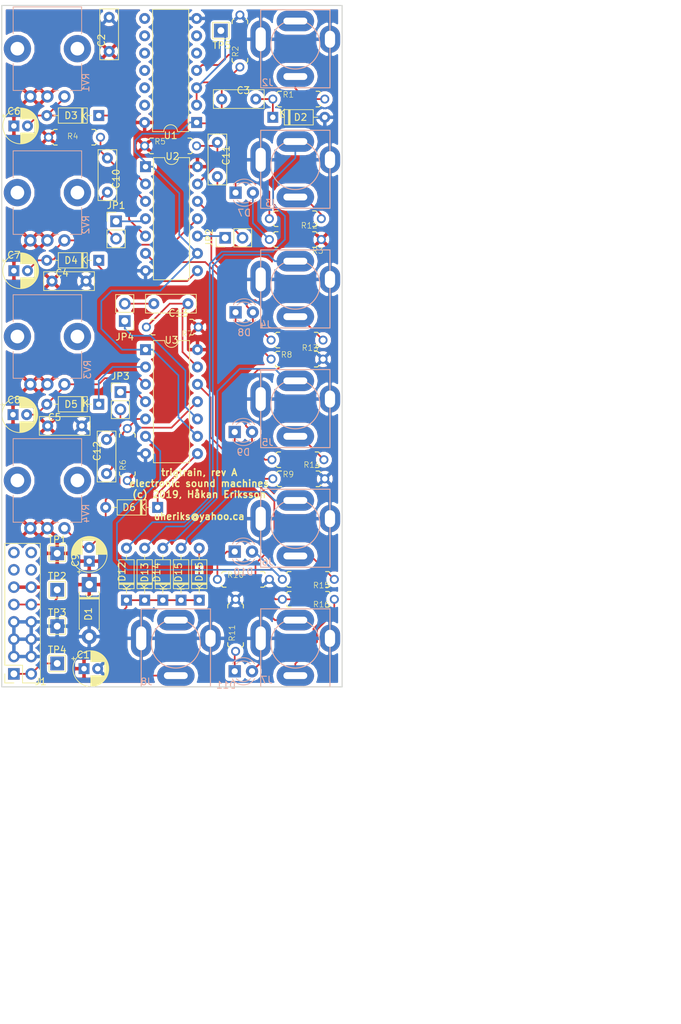
<source format=kicad_pcb>
(kicad_pcb (version 20171130) (host pcbnew "(5.0.0-3-g5ebb6b6)")
  (layers (0 F.Cu signal) (31 B.Cu signal) (34 B.Paste user) (35 F.Paste user) (36 B.SilkS user) (37 F.SilkS user) (38 B.Mask user) (39 F.Mask user) (44 Edge.Cuts user))
  (net 0 "")
  (net 1 GND)
  (net 2 +5V)
  (net 3 "Net-(C3-Pad2)")
  (net 4 "Net-(C3-Pad1)")
  (net 5 "Net-(C6-Pad2)")
  (net 6 "Net-(C7-Pad2)")
  (net 7 "Net-(C8-Pad2)")
  (net 8 "Net-(C9-Pad2)")
  (net 9 "Net-(C10-Pad2)")
  (net 10 "Net-(C10-Pad1)")
  (net 11 "Net-(C11-Pad1)")
  (net 12 "Net-(C11-Pad2)")
  (net 13 "Net-(C12-Pad1)")
  (net 14 "Net-(C12-Pad2)")
  (net 15 "Net-(C13-Pad2)")
  (net 16 "Net-(C13-Pad1)")
  (net 17 "Net-(D3-Pad1)")
  (net 18 "Net-(D4-Pad1)")
  (net 19 "Net-(D5-Pad1)")
  (net 20 "Net-(D6-Pad1)")
  (net 21 "Net-(D7-Pad1)")
  (net 22 "Net-(D7-Pad2)")
  (net 23 "Net-(D8-Pad1)")
  (net 24 "Net-(D8-Pad2)")
  (net 25 "Net-(D9-Pad2)")
  (net 26 "Net-(D9-Pad1)")
  (net 27 "Net-(D10-Pad2)")
  (net 28 "Net-(D10-Pad1)")
  (net 29 "Net-(D11-Pad1)")
  (net 30 "Net-(D11-Pad2)")
  (net 31 "Net-(D12-Pad2)")
  (net 32 "Net-(D12-Pad1)")
  (net 33 "Net-(D13-Pad2)")
  (net 34 "Net-(D14-Pad2)")
  (net 35 "Net-(D15-Pad2)")
  (net 36 "Net-(D16-Pad2)")
  (net 37 -12V)
  (net 38 +12V)
  (net 39 "Net-(J2-Pad2)")
  (net 40 "Net-(J3-Pad3)")
  (net 41 "Net-(J4-Pad3)")
  (net 42 "Net-(J5-Pad3)")
  (net 43 "Net-(J6-Pad3)")
  (net 44 "Net-(J7-Pad3)")
  (net 45 "Net-(JP1-Pad1)")
  (net 46 "Net-(JP2-Pad1)")
  (net 47 "Net-(JP3-Pad1)")
  (net 48 "Net-(JP4-Pad1)")
  (net 49 "Net-(R12-Pad2)")
  (module Capacitor_THT:CP_Radial_D5.0mm_P2.00mm (layer F.Cu) (at 189.992 142.367)
    (fp_text reference C1 (at -0.127 -2.032) (layer F.SilkS))
    (fp_text value 10u)
    (pad 2 thru_hole circle (at 2 0) (size 1.6 1.6) (drill 0.8) (layers *.Cu *.Mask) (net 1 GND))
    (pad 1 thru_hole rect (at 0 0) (size 1.6 1.6) (drill 0.8) (layers *.Cu *.Mask) (net 2 +5V))
  )
  (module Capacitor_THT:C_Rect_L7.2mm_W2.5mm_P5.00mm_FKS2_FKP2_MKS2_MKP2 (layer F.Cu) (at 193.675 51.943 90)
    (fp_text reference C2 (at 1.600999 -1.125001 90) (layer F.SilkS))
    (fp_text value 100n)
    (pad 1 thru_hole circle (at 0 0 90) (size 1.6 1.6) (drill 0.8) (layers *.Cu *.Mask) (net 2 +5V))
    (pad 2 thru_hole circle (at 5 0 90) (size 1.6 1.6) (drill 0.8) (layers *.Cu *.Mask) (net 1 GND))
  )
  (module Capacitor_THT:C_Rect_L7.2mm_W2.5mm_P5.00mm_FKS2_FKP2_MKS2_MKP2 (layer F.Cu) (at 210.185 58.928)
    (fp_text reference C3 (at 3.175 -1.27) (layer F.SilkS))
    (fp_text value 100n)
    (pad 2 thru_hole circle (at 5 0) (size 1.6 1.6) (drill 0.8) (layers *.Cu *.Mask) (net 3 "Net-(C3-Pad2)"))
    (pad 1 thru_hole circle (at 0 0) (size 1.6 1.6) (drill 0.8) (layers *.Cu *.Mask) (net 4 "Net-(C3-Pad1)"))
  )
  (module Capacitor_THT:C_Rect_L7.2mm_W2.5mm_P5.00mm_FKS2_FKP2_MKS2_MKP2 (layer F.Cu) (at 185.293 85.598)
    (fp_text reference C4 (at 1.471999 -1.179001) (layer F.SilkS))
    (fp_text value 100n)
    (pad 2 thru_hole circle (at 5 0) (size 1.6 1.6) (drill 0.8) (layers *.Cu *.Mask) (net 1 GND))
    (pad 1 thru_hole circle (at 0 0) (size 1.6 1.6) (drill 0.8) (layers *.Cu *.Mask) (net 2 +5V))
  )
  (module Capacitor_THT:C_Rect_L7.2mm_W2.5mm_P5.00mm_FKS2_FKP2_MKS2_MKP2 (layer F.Cu) (at 184.658 106.807)
    (fp_text reference C5 (at 1.012999 -1.270001) (layer F.SilkS))
    (fp_text value 100n)
    (pad 1 thru_hole circle (at 0 0) (size 1.6 1.6) (drill 0.8) (layers *.Cu *.Mask) (net 2 +5V))
    (pad 2 thru_hole circle (at 5 0) (size 1.6 1.6) (drill 0.8) (layers *.Cu *.Mask) (net 1 GND))
  )
  (module Capacitor_THT:CP_Radial_D5.0mm_P2.00mm (layer F.Cu) (at 179.705 62.865)
    (fp_text reference C6 (at 0 -2.159) (layer F.SilkS))
    (fp_text value 10u)
    (pad 1 thru_hole rect (at 0 0) (size 1.6 1.6) (drill 0.8) (layers *.Cu *.Mask) (net 2 +5V))
    (pad 2 thru_hole circle (at 2 0) (size 1.6 1.6) (drill 0.8) (layers *.Cu *.Mask) (net 5 "Net-(C6-Pad2)"))
  )
  (module Capacitor_THT:CP_Radial_D5.0mm_P2.00mm (layer F.Cu) (at 179.705 84.074)
    (fp_text reference C7 (at 0 -2.286) (layer F.SilkS))
    (fp_text value 10u)
    (pad 2 thru_hole circle (at 2 0) (size 1.6 1.6) (drill 0.8) (layers *.Cu *.Mask) (net 6 "Net-(C7-Pad2)"))
    (pad 1 thru_hole rect (at 0 0) (size 1.6 1.6) (drill 0.8) (layers *.Cu *.Mask) (net 2 +5V))
  )
  (module Capacitor_THT:CP_Radial_D5.0mm_P2.00mm (layer F.Cu) (at 179.578 105.156)
    (fp_text reference C8 (at 0.127 -2.159) (layer F.SilkS))
    (fp_text value 10u)
    (pad 1 thru_hole rect (at 0 0) (size 1.6 1.6) (drill 0.8) (layers *.Cu *.Mask) (net 2 +5V))
    (pad 2 thru_hole circle (at 2 0) (size 1.6 1.6) (drill 0.8) (layers *.Cu *.Mask) (net 7 "Net-(C8-Pad2)"))
  )
  (module Capacitor_THT:CP_Radial_D5.0mm_P2.00mm (layer F.Cu) (at 190.754 126.619 90)
    (fp_text reference C9 (at 0.127 -2.032 90) (layer F.SilkS))
    (fp_text value 10u)
    (pad 1 thru_hole rect (at 0 0 90) (size 1.6 1.6) (drill 0.8) (layers *.Cu *.Mask) (net 2 +5V))
    (pad 2 thru_hole circle (at 2 0 90) (size 1.6 1.6) (drill 0.8) (layers *.Cu *.Mask) (net 8 "Net-(C9-Pad2)"))
  )
  (module Capacitor_THT:C_Rect_L7.2mm_W2.5mm_P5.00mm_FKS2_FKP2_MKS2_MKP2 (layer F.Cu) (at 193.421 67.564 270)
    (fp_text reference C10 (at 3.048 -1.27 270) (layer F.SilkS))
    (fp_text value 100n)
    (pad 2 thru_hole circle (at 5 0 270) (size 1.6 1.6) (drill 0.8) (layers *.Cu *.Mask) (net 9 "Net-(C10-Pad2)"))
    (pad 1 thru_hole circle (at 0 0 270) (size 1.6 1.6) (drill 0.8) (layers *.Cu *.Mask) (net 10 "Net-(C10-Pad1)"))
  )
  (module Capacitor_THT:C_Rect_L7.2mm_W2.5mm_P5.00mm_FKS2_FKP2_MKS2_MKP2 (layer F.Cu) (at 209.55 65.278 270)
    (fp_text reference C11 (at 1.905 -1.27 270) (layer F.SilkS))
    (fp_text value 100n)
    (pad 1 thru_hole circle (at 0 0 270) (size 1.6 1.6) (drill 0.8) (layers *.Cu *.Mask) (net 11 "Net-(C11-Pad1)"))
    (pad 2 thru_hole circle (at 5 0 270) (size 1.6 1.6) (drill 0.8) (layers *.Cu *.Mask) (net 12 "Net-(C11-Pad2)"))
  )
  (module Capacitor_THT:C_Rect_L7.2mm_W2.5mm_P5.00mm_FKS2_FKP2_MKS2_MKP2 (layer F.Cu) (at 193.294 113.792 90)
    (fp_text reference C12 (at 3.302 -1.397 90) (layer F.SilkS))
    (fp_text value 100n)
    (pad 1 thru_hole circle (at 0 0 90) (size 1.6 1.6) (drill 0.8) (layers *.Cu *.Mask) (net 13 "Net-(C12-Pad1)"))
    (pad 2 thru_hole circle (at 5 0 90) (size 1.6 1.6) (drill 0.8) (layers *.Cu *.Mask) (net 14 "Net-(C12-Pad2)"))
  )
  (module Capacitor_THT:C_Rect_L7.2mm_W2.5mm_P5.00mm_FKS2_FKP2_MKS2_MKP2 (layer F.Cu) (at 205.232 88.9 180)
    (fp_text reference C13 (at 1.397 -1.397 180) (layer F.SilkS))
    (fp_text value 100n)
    (pad 2 thru_hole circle (at 5 0 180) (size 1.6 1.6) (drill 0.8) (layers *.Cu *.Mask) (net 15 "Net-(C13-Pad2)"))
    (pad 1 thru_hole circle (at 0 0 180) (size 1.6 1.6) (drill 0.8) (layers *.Cu *.Mask) (net 16 "Net-(C13-Pad1)"))
  )
  (module Diode_THT:D_DO-41_SOD81_P7.62mm_Horizontal (layer F.Cu) (at 190.754 130.048 270)
    (fp_text reference D1 (at 4.318 0.127 270) (layer F.SilkS))
    (fp_text value 1N4001)
    (fp_text user K (at 1.778 0 270) (layer F.SilkS))
    (pad 1 thru_hole rect (at 0 0 270) (size 2.2 2.2) (drill 1.1) (layers *.Cu *.Mask) (net 2 +5V))
    (pad 2 thru_hole oval (at 7.62 0 270) (size 2.2 2.2) (drill 1.1) (layers *.Cu *.Mask) (net 1 GND))
  )
  (module Diode_THT:D_DO-35_SOD27_P7.62mm_Horizontal (layer F.Cu) (at 217.678 61.595)
    (fp_text reference D2 (at 4.064 0) (layer F.SilkS))
    (fp_text value BZX55C5V1)
    (fp_text user K (at 1.397 -0.635) (layer F.SilkS))
    (pad 2 thru_hole oval (at 7.62 0) (size 1.6 1.6) (drill 0.8) (layers *.Cu *.Mask) (net 1 GND))
    (pad 1 thru_hole rect (at 0 0) (size 1.6 1.6) (drill 0.8) (layers *.Cu *.Mask) (net 3 "Net-(C3-Pad2)"))
  )
  (module Diode_THT:D_DO-35_SOD27_P7.62mm_Horizontal (layer F.Cu) (at 192.151 61.341 180)
    (fp_text reference D3 (at 4.064 0 180) (layer F.SilkS))
    (fp_text value BAT42)
    (fp_text user K (at 2.159 -0.127 180) (layer F.SilkS))
    (pad 1 thru_hole rect (at 0 0 180) (size 1.6 1.6) (drill 0.8) (layers *.Cu *.Mask) (net 17 "Net-(D3-Pad1)"))
    (pad 2 thru_hole oval (at 7.62 0 180) (size 1.6 1.6) (drill 0.8) (layers *.Cu *.Mask) (net 5 "Net-(C6-Pad2)"))
  )
  (module Diode_THT:D_DO-35_SOD27_P7.62mm_Horizontal (layer F.Cu) (at 192.151 82.55 180)
    (fp_text reference D4 (at 4.064 0 180) (layer F.SilkS))
    (fp_text value BAT42)
    (fp_text user K (at 2.159 0 180) (layer F.SilkS))
    (pad 1 thru_hole rect (at 0 0 180) (size 1.6 1.6) (drill 0.8) (layers *.Cu *.Mask) (net 18 "Net-(D4-Pad1)"))
    (pad 2 thru_hole oval (at 7.62 0 180) (size 1.6 1.6) (drill 0.8) (layers *.Cu *.Mask) (net 6 "Net-(C7-Pad2)"))
  )
  (module Diode_THT:D_DO-35_SOD27_P7.62mm_Horizontal (layer F.Cu) (at 192.151 103.632 180)
    (fp_text reference D5 (at 4.064 0 180) (layer F.SilkS))
    (fp_text value BAT42)
    (fp_text user K (at 1.905 0.127 180) (layer F.SilkS))
    (pad 1 thru_hole rect (at 0 0 180) (size 1.6 1.6) (drill 0.8) (layers *.Cu *.Mask) (net 19 "Net-(D5-Pad1)"))
    (pad 2 thru_hole oval (at 7.62 0 180) (size 1.6 1.6) (drill 0.8) (layers *.Cu *.Mask) (net 7 "Net-(C8-Pad2)"))
  )
  (module Diode_THT:D_DO-35_SOD27_P7.62mm_Horizontal (layer F.Cu) (at 200.787 118.745 180)
    (fp_text reference D6 (at 4.191 0 180) (layer F.SilkS))
    (fp_text value BAT42)
    (fp_text user K (at 2.159 0 180) (layer F.SilkS))
    (pad 2 thru_hole oval (at 7.62 0 180) (size 1.6 1.6) (drill 0.8) (layers *.Cu *.Mask) (net 8 "Net-(C9-Pad2)"))
    (pad 1 thru_hole rect (at 0 0 180) (size 1.6 1.6) (drill 0.8) (layers *.Cu *.Mask) (net 20 "Net-(D6-Pad1)"))
  )
  (module LED_THT:LED_D3.0mm (layer B.Cu) (at 212.217 72.644)
    (fp_text reference D7 (at 1.27 2.96) (layer B.SilkS) (effects (justify mirror)))
    (fp_text value LED)
    (pad 1 thru_hole rect (at 0 0) (size 1.8 1.8) (drill 0.9) (layers *.Cu *.Mask) (net 21 "Net-(D7-Pad1)"))
    (pad 2 thru_hole circle (at 2.54 0) (size 1.8 1.8) (drill 0.9) (layers *.Cu *.Mask) (net 22 "Net-(D7-Pad2)"))
  )
  (module LED_THT:LED_D3.0mm (layer B.Cu) (at 212.217 90.17)
    (fp_text reference D8 (at 1.27 2.96) (layer B.SilkS) (effects (justify mirror)))
    (fp_text value LED)
    (pad 1 thru_hole rect (at 0 0) (size 1.8 1.8) (drill 0.9) (layers *.Cu *.Mask) (net 23 "Net-(D8-Pad1)"))
    (pad 2 thru_hole circle (at 2.54 0) (size 1.8 1.8) (drill 0.9) (layers *.Cu *.Mask) (net 24 "Net-(D8-Pad2)"))
  )
  (module LED_THT:LED_D3.0mm (layer B.Cu) (at 212.09 107.696)
    (fp_text reference D9 (at 1.27 2.96) (layer B.SilkS) (effects (justify mirror)))
    (fp_text value LED)
    (pad 2 thru_hole circle (at 2.54 0) (size 1.8 1.8) (drill 0.9) (layers *.Cu *.Mask) (net 25 "Net-(D9-Pad2)"))
    (pad 1 thru_hole rect (at 0 0) (size 1.8 1.8) (drill 0.9) (layers *.Cu *.Mask) (net 26 "Net-(D9-Pad1)"))
  )
  (module LED_THT:LED_D3.0mm (layer B.Cu) (at 212.09 125.222)
    (fp_text reference D10 (at 1.27 2.96) (layer B.SilkS) (effects (justify mirror)))
    (fp_text value LED)
    (pad 2 thru_hole circle (at 2.54 0) (size 1.8 1.8) (drill 0.9) (layers *.Cu *.Mask) (net 27 "Net-(D10-Pad2)"))
    (pad 1 thru_hole rect (at 0 0) (size 1.8 1.8) (drill 0.9) (layers *.Cu *.Mask) (net 28 "Net-(D10-Pad1)"))
  )
  (module LED_THT:LED_D3.0mm (layer B.Cu) (at 212.09 142.748)
    (fp_text reference D11 (at -1.27 2.032) (layer B.SilkS) (effects (justify mirror)))
    (fp_text value LED)
    (pad 1 thru_hole rect (at 0 0) (size 1.8 1.8) (drill 0.9) (layers *.Cu *.Mask) (net 29 "Net-(D11-Pad1)"))
    (pad 2 thru_hole circle (at 2.54 0) (size 1.8 1.8) (drill 0.9) (layers *.Cu *.Mask) (net 30 "Net-(D11-Pad2)"))
  )
  (module Diode_THT:D_DO-35_SOD27_P7.62mm_Horizontal (layer F.Cu) (at 196.215 132.334 90)
    (fp_text reference D12 (at 4.166999 -0.670001 90) (layer F.SilkS))
    (fp_text value BAT42)
    (fp_text user K (at 1.880999 0.091999 90) (layer F.SilkS))
    (pad 2 thru_hole oval (at 7.62 0 90) (size 1.6 1.6) (drill 0.8) (layers *.Cu *.Mask) (net 31 "Net-(D12-Pad2)"))
    (pad 1 thru_hole rect (at 0 0 90) (size 1.6 1.6) (drill 0.8) (layers *.Cu *.Mask) (net 32 "Net-(D12-Pad1)"))
  )
  (module Diode_THT:D_DO-35_SOD27_P7.62mm_Horizontal (layer F.Cu) (at 198.882 132.334 90)
    (fp_text reference D13 (at 4.064 0 90) (layer F.SilkS))
    (fp_text value BAT42)
    (fp_text user K (at 2.032 0 90) (layer F.SilkS))
    (pad 1 thru_hole rect (at 0 0 90) (size 1.6 1.6) (drill 0.8) (layers *.Cu *.Mask) (net 32 "Net-(D12-Pad1)"))
    (pad 2 thru_hole oval (at 7.62 0 90) (size 1.6 1.6) (drill 0.8) (layers *.Cu *.Mask) (net 33 "Net-(D13-Pad2)"))
  )
  (module Diode_THT:D_DO-35_SOD27_P7.62mm_Horizontal (layer F.Cu) (at 201.549 132.334 90)
    (fp_text reference D14 (at 4.064 -0.889 90) (layer F.SilkS))
    (fp_text value BAT42)
    (fp_text user K (at 1.905 0.127 90) (layer F.SilkS))
    (pad 2 thru_hole oval (at 7.62 0 90) (size 1.6 1.6) (drill 0.8) (layers *.Cu *.Mask) (net 34 "Net-(D14-Pad2)"))
    (pad 1 thru_hole rect (at 0 0 90) (size 1.6 1.6) (drill 0.8) (layers *.Cu *.Mask) (net 32 "Net-(D12-Pad1)"))
  )
  (module Diode_THT:D_DO-35_SOD27_P7.62mm_Horizontal (layer F.Cu) (at 204.216 132.334 90)
    (fp_text reference D15 (at 4.064 -0.381 90) (layer F.SilkS))
    (fp_text value BAT42)
    (fp_text user K (at 1.905 0 90) (layer F.SilkS))
    (pad 1 thru_hole rect (at 0 0 90) (size 1.6 1.6) (drill 0.8) (layers *.Cu *.Mask) (net 32 "Net-(D12-Pad1)"))
    (pad 2 thru_hole oval (at 7.62 0 90) (size 1.6 1.6) (drill 0.8) (layers *.Cu *.Mask) (net 35 "Net-(D15-Pad2)"))
  )
  (module Diode_THT:D_DO-35_SOD27_P7.62mm_Horizontal (layer F.Cu) (at 206.883 132.334 90)
    (fp_text reference D16 (at 4.166999 -0.015001 90) (layer F.SilkS))
    (fp_text value BAT42)
    (fp_text user K (at 2.007999 0.111999 90) (layer F.SilkS))
    (pad 2 thru_hole oval (at 7.62 0 90) (size 1.6 1.6) (drill 0.8) (layers *.Cu *.Mask) (net 36 "Net-(D16-Pad2)"))
    (pad 1 thru_hole rect (at 0 0 90) (size 1.6 1.6) (drill 0.8) (layers *.Cu *.Mask) (net 32 "Net-(D12-Pad1)"))
  )
  (module Connector_PinSocket_2.54mm:PinSocket_2x08_P2.54mm_Vertical (layer F.Cu) (at 179.705 143.129 180)
    (fp_text reference J1 (at -3.937 -1.143 180) (layer F.SilkS))
    (fp_text value EUROPOWER)
    (pad 1 thru_hole rect (at 0 0 180) (size 1.7 1.7) (drill 1) (layers *.Cu *.Mask) (net 37 -12V))
    (pad 2 thru_hole oval (at -2.54 0 180) (size 1.7 1.7) (drill 1) (layers *.Cu *.Mask) (net 37 -12V))
    (pad 3 thru_hole oval (at 0 2.54 180) (size 1.7 1.7) (drill 1) (layers *.Cu *.Mask) (net 1 GND))
    (pad 4 thru_hole oval (at -2.54 2.54 180) (size 1.7 1.7) (drill 1) (layers *.Cu *.Mask) (net 1 GND))
    (pad 5 thru_hole oval (at 0 5.08 180) (size 1.7 1.7) (drill 1) (layers *.Cu *.Mask) (net 1 GND))
    (pad 6 thru_hole oval (at -2.54 5.08 180) (size 1.7 1.7) (drill 1) (layers *.Cu *.Mask) (net 1 GND))
    (pad 7 thru_hole oval (at 0 7.62 180) (size 1.7 1.7) (drill 1) (layers *.Cu *.Mask) (net 1 GND))
    (pad 8 thru_hole oval (at -2.54 7.62 180) (size 1.7 1.7) (drill 1) (layers *.Cu *.Mask) (net 1 GND))
    (pad 9 thru_hole oval (at 0 10.16 180) (size 1.7 1.7) (drill 1) (layers *.Cu *.Mask) (net 38 +12V))
    (pad 10 thru_hole oval (at -2.54 10.16 180) (size 1.7 1.7) (drill 1) (layers *.Cu *.Mask) (net 38 +12V))
    (pad 11 thru_hole oval (at 0 12.7 180) (size 1.7 1.7) (drill 1) (layers *.Cu *.Mask) (net 2 +5V))
    (pad 12 thru_hole oval (at -2.54 12.7 180) (size 1.7 1.7) (drill 1) (layers *.Cu *.Mask) (net 2 +5V))
    (pad 13 thru_hole oval (at 0 15.24 180) (size 1.7 1.7) (drill 1) (layers *.Cu *.Mask))
    (pad 14 thru_hole oval (at -2.54 15.24 180) (size 1.7 1.7) (drill 1) (layers *.Cu *.Mask))
    (pad 15 thru_hole oval (at 0 17.78 180) (size 1.7 1.7) (drill 1) (layers *.Cu *.Mask))
    (pad 16 thru_hole oval (at -2.54 17.78 180) (size 1.7 1.7) (drill 1) (layers *.Cu *.Mask))
  )
  (module kicadlib:PJ301BM_NO_SWITCH (layer B.Cu) (at 215.9 57.277)
    (fp_text reference J2 (at 1.016 -0.762) (layer B.SilkS) (effects (justify mirror)))
    (fp_text value GATE_IN)
    (pad 1 thru_hole oval (at 0 -7.112) (size 3 5.5) (drill oval 1.5 3.5) (layers *.Cu *.Mask) (net 1 GND))
    (pad 1 thru_hole oval (at 10.16 -7.112) (size 3 4) (drill oval 1.5 2.5) (layers *.Cu *.Mask) (net 1 GND))
    (pad "" thru_hole oval (at 5.08 -9.779) (size 5.5 3) (drill oval 3.5 1) (layers *.Cu *.Mask))
    (pad 2 thru_hole oval (at 5.08 -1.651) (size 5.5 3) (drill oval 3.5 1) (layers *.Cu *.Mask) (net 39 "Net-(J2-Pad2)"))
  )
  (module kicadlib:PJ301BM (layer B.Cu) (at 215.9 74.93)
    (fp_text reference J3 (at 1.524 -0.762) (layer B.SilkS) (effects (justify mirror)))
    (fp_text value TRIG_1)
    (pad 1 thru_hole oval (at 0 -7.112) (size 3 5.5) (drill oval 1.5 3.5) (layers *.Cu *.Mask) (net 1 GND))
    (pad 1 thru_hole oval (at 10.16 -7.112) (size 3 4) (drill oval 1.5 2.5) (layers *.Cu *.Mask) (net 1 GND))
    (pad 2 thru_hole oval (at 5.08 -9.779) (size 5.5 3) (drill oval 3.5 1) (layers *.Cu *.Mask) (net 31 "Net-(D12-Pad2)"))
    (pad 3 thru_hole oval (at 5.08 -1.651) (size 5.5 3) (drill oval 3.5 1) (layers *.Cu *.Mask) (net 40 "Net-(J3-Pad3)"))
  )
  (module kicadlib:PJ301BM (layer B.Cu) (at 215.9 92.456)
    (fp_text reference J4 (at 0.762 -0.508) (layer B.SilkS) (effects (justify mirror)))
    (fp_text value TRIG_2)
    (pad 3 thru_hole oval (at 5.08 -1.651) (size 5.5 3) (drill oval 3.5 1) (layers *.Cu *.Mask) (net 41 "Net-(J4-Pad3)"))
    (pad 2 thru_hole oval (at 5.08 -9.779) (size 5.5 3) (drill oval 3.5 1) (layers *.Cu *.Mask) (net 33 "Net-(D13-Pad2)"))
    (pad 1 thru_hole oval (at 10.16 -7.112) (size 3 4) (drill oval 1.5 2.5) (layers *.Cu *.Mask) (net 1 GND))
    (pad 1 thru_hole oval (at 0 -7.112) (size 3 5.5) (drill oval 1.5 3.5) (layers *.Cu *.Mask) (net 1 GND))
  )
  (module kicadlib:PJ301BM (layer B.Cu) (at 215.9 109.982)
    (fp_text reference J5 (at 1.016 -0.762) (layer B.SilkS) (effects (justify mirror)))
    (fp_text value TRIG_3)
    (pad 1 thru_hole oval (at 0 -7.112) (size 3 5.5) (drill oval 1.5 3.5) (layers *.Cu *.Mask) (net 1 GND))
    (pad 1 thru_hole oval (at 10.16 -7.112) (size 3 4) (drill oval 1.5 2.5) (layers *.Cu *.Mask) (net 1 GND))
    (pad 2 thru_hole oval (at 5.08 -9.779) (size 5.5 3) (drill oval 3.5 1) (layers *.Cu *.Mask) (net 34 "Net-(D14-Pad2)"))
    (pad 3 thru_hole oval (at 5.08 -1.651) (size 5.5 3) (drill oval 3.5 1) (layers *.Cu *.Mask) (net 42 "Net-(J5-Pad3)"))
  )
  (module kicadlib:PJ301BM (layer B.Cu) (at 215.9 127.508)
    (fp_text reference J6 (at 1.016 -0.762) (layer B.SilkS) (effects (justify mirror)))
    (fp_text value TRIG_4)
    (pad 3 thru_hole oval (at 5.08 -1.651) (size 5.5 3) (drill oval 3.5 1) (layers *.Cu *.Mask) (net 43 "Net-(J6-Pad3)"))
    (pad 2 thru_hole oval (at 5.08 -9.779) (size 5.5 3) (drill oval 3.5 1) (layers *.Cu *.Mask) (net 35 "Net-(D15-Pad2)"))
    (pad 1 thru_hole oval (at 10.16 -7.112) (size 3 4) (drill oval 1.5 2.5) (layers *.Cu *.Mask) (net 1 GND))
    (pad 1 thru_hole oval (at 0 -7.112) (size 3 5.5) (drill oval 1.5 3.5) (layers *.Cu *.Mask) (net 1 GND))
  )
  (module kicadlib:PJ301BM (layer B.Cu) (at 215.9 145.034)
    (fp_text reference J7 (at 0.889 -1.016) (layer B.SilkS) (effects (justify mirror)))
    (fp_text value TRIG_5)
    (pad 1 thru_hole oval (at 0 -7.112) (size 3 5.5) (drill oval 1.5 3.5) (layers *.Cu *.Mask) (net 1 GND))
    (pad 1 thru_hole oval (at 10.16 -7.112) (size 3 4) (drill oval 1.5 2.5) (layers *.Cu *.Mask) (net 1 GND))
    (pad 2 thru_hole oval (at 5.08 -9.779) (size 5.5 3) (drill oval 3.5 1) (layers *.Cu *.Mask) (net 36 "Net-(D16-Pad2)"))
    (pad 3 thru_hole oval (at 5.08 -1.651) (size 5.5 3) (drill oval 3.5 1) (layers *.Cu *.Mask) (net 44 "Net-(J7-Pad3)"))
  )
  (module kicadlib:PJ301BM_NO_SWITCH (layer B.Cu) (at 198.374 145.034)
    (fp_text reference J8 (at 0.762 -0.762) (layer B.SilkS) (effects (justify mirror)))
    (fp_text value TRIG_MIX)
    (pad 2 thru_hole oval (at 5.08 -1.651) (size 5.5 3) (drill oval 3.5 1) (layers *.Cu *.Mask) (net 32 "Net-(D12-Pad1)"))
    (pad "" thru_hole oval (at 5.08 -9.779) (size 5.5 3) (drill oval 3.5 1) (layers *.Cu *.Mask))
    (pad 1 thru_hole oval (at 10.16 -7.112) (size 3 4) (drill oval 1.5 2.5) (layers *.Cu *.Mask) (net 1 GND))
    (pad 1 thru_hole oval (at 0 -7.112) (size 3 5.5) (drill oval 1.5 3.5) (layers *.Cu *.Mask) (net 1 GND))
  )
  (module Connector_PinHeader_2.54mm:PinHeader_1x02_P2.54mm_Vertical (layer F.Cu) (at 194.691 76.835)
    (fp_text reference JP1 (at 0 -2.33) (layer F.SilkS))
    (fp_text value MONO_OUT_2)
    (pad 2 thru_hole oval (at 0 2.54) (size 1.7 1.7) (drill 1) (layers *.Cu *.Mask) (net 9 "Net-(C10-Pad2)"))
    (pad 1 thru_hole rect (at 0 0) (size 1.7 1.7) (drill 1) (layers *.Cu *.Mask) (net 45 "Net-(JP1-Pad1)"))
  )
  (module Connector_PinHeader_2.54mm:PinHeader_1x02_P2.54mm_Vertical (layer F.Cu) (at 210.693 79.248 90)
    (fp_text reference JP2 (at 0 -2.33 90) (layer F.SilkS))
    (fp_text value MONO_OUT_3)
    (pad 1 thru_hole rect (at 0 0 90) (size 1.7 1.7) (drill 1) (layers *.Cu *.Mask) (net 46 "Net-(JP2-Pad1)"))
    (pad 2 thru_hole oval (at 0 2.54 90) (size 1.7 1.7) (drill 1) (layers *.Cu *.Mask) (net 12 "Net-(C11-Pad2)"))
  )
  (module Connector_PinHeader_2.54mm:PinHeader_1x02_P2.54mm_Vertical (layer F.Cu) (at 195.326 101.854)
    (fp_text reference JP3 (at 0 -2.33) (layer F.SilkS))
    (fp_text value MONO_OUT_4)
    (pad 2 thru_hole oval (at 0 2.54) (size 1.7 1.7) (drill 1) (layers *.Cu *.Mask) (net 14 "Net-(C12-Pad2)"))
    (pad 1 thru_hole rect (at 0 0) (size 1.7 1.7) (drill 1) (layers *.Cu *.Mask) (net 47 "Net-(JP3-Pad1)"))
  )
  (module Connector_PinHeader_2.54mm:PinHeader_1x02_P2.54mm_Vertical (layer F.Cu) (at 195.961 91.44 180)
    (fp_text reference JP4 (at 0 -2.33 180) (layer F.SilkS))
    (fp_text value MONO_OUT_5)
    (pad 1 thru_hole rect (at 0 0 180) (size 1.7 1.7) (drill 1) (layers *.Cu *.Mask) (net 48 "Net-(JP4-Pad1)"))
    (pad 2 thru_hole oval (at 0 2.54 180) (size 1.7 1.7) (drill 1) (layers *.Cu *.Mask) (net 15 "Net-(C13-Pad2)"))
  )
  (module MusicThingModular:7MM_RESISTOR (layer F.Cu) (at 221.488 58.928)
    (fp_text reference R1 (at -2.420771 -1.146115) (layer F.SilkS) (effects (font (size 0.84455 0.84455) (thickness 0.0889)) (justify left top)))
    (fp_text value 120)
    (pad 1 thru_hole circle (at -3.81 0) (size 1.3208 1.3208) (drill 0.8128) (layers *.Cu *.Mask) (net 3 "Net-(C3-Pad2)"))
    (pad 2 thru_hole circle (at 3.81 0) (size 1.3208 1.3208) (drill 0.8128) (layers *.Cu *.Mask) (net 39 "Net-(J2-Pad2)"))
  )
  (module MusicThingModular:7MM_RESISTOR (layer F.Cu) (at 212.852 50.419 90)
    (fp_text reference R2 (at -2.420771 -1.146115 90) (layer F.SilkS) (effects (font (size 0.84455 0.84455) (thickness 0.0889)) (justify left top)))
    (fp_text value 330k)
    (pad 1 thru_hole circle (at -3.81 0 90) (size 1.3208 1.3208) (drill 0.8128) (layers *.Cu *.Mask) (net 4 "Net-(C3-Pad1)"))
    (pad 2 thru_hole circle (at 3.81 0 90) (size 1.3208 1.3208) (drill 0.8128) (layers *.Cu *.Mask) (net 1 GND))
  )
  (module MusicThingModular:7MM_RESISTOR (layer F.Cu) (at 220.98 79.502 180)
    (fp_text reference R3 (at -2.420771 -1.146115 180) (layer F.SilkS) (effects (font (size 0.84455 0.84455) (thickness 0.0889)) (justify left top)))
    (fp_text value 1k)
    (pad 1 thru_hole circle (at -3.81 0 180) (size 1.3208 1.3208) (drill 0.8128) (layers *.Cu *.Mask) (net 2 +5V))
    (pad 2 thru_hole circle (at 3.81 0 180) (size 1.3208 1.3208) (drill 0.8128) (layers *.Cu *.Mask) (net 22 "Net-(D7-Pad2)"))
  )
  (module MusicThingModular:7MM_RESISTOR (layer F.Cu) (at 188.595 64.516)
    (fp_text reference R4 (at -1.143 -0.635) (layer F.SilkS) (effects (font (size 0.84455 0.84455) (thickness 0.0889)) (justify left top)))
    (fp_text value 330k)
    (pad 2 thru_hole circle (at 3.81 0) (size 1.3208 1.3208) (drill 0.8128) (layers *.Cu *.Mask) (net 10 "Net-(C10-Pad1)"))
    (pad 1 thru_hole circle (at -3.81 0) (size 1.3208 1.3208) (drill 0.8128) (layers *.Cu *.Mask) (net 2 +5V))
  )
  (module MusicThingModular:7MM_RESISTOR (layer F.Cu) (at 202.692 65.786)
    (fp_text reference R5 (at -2.420771 -1.146115) (layer F.SilkS) (effects (font (size 0.84455 0.84455) (thickness 0.0889)) (justify left top)))
    (fp_text value 330k)
    (pad 2 thru_hole circle (at 3.81 0) (size 1.3208 1.3208) (drill 0.8128) (layers *.Cu *.Mask) (net 11 "Net-(C11-Pad1)"))
    (pad 1 thru_hole circle (at -3.81 0) (size 1.3208 1.3208) (drill 0.8128) (layers *.Cu *.Mask) (net 2 +5V))
  )
  (module MusicThingModular:7MM_RESISTOR (layer F.Cu) (at 196.342 110.998 90)
    (fp_text reference R6 (at -2.420771 -1.146115 90) (layer F.SilkS) (effects (font (size 0.84455 0.84455) (thickness 0.0889)) (justify left top)))
    (fp_text value 330k)
    (pad 1 thru_hole circle (at -3.81 0 90) (size 1.3208 1.3208) (drill 0.8128) (layers *.Cu *.Mask) (net 2 +5V))
    (pad 2 thru_hole circle (at 3.81 0 90) (size 1.3208 1.3208) (drill 0.8128) (layers *.Cu *.Mask) (net 13 "Net-(C12-Pad1)"))
  )
  (module MusicThingModular:7MM_RESISTOR (layer F.Cu) (at 202.946 92.329 180)
    (fp_text reference R7 (at -1.27 -0.508 180) (layer F.SilkS) (effects (font (size 0.84455 0.84455) (thickness 0.0889)) (justify left top)))
    (fp_text value 330k)
    (pad 1 thru_hole circle (at -3.81 0 180) (size 1.3208 1.3208) (drill 0.8128) (layers *.Cu *.Mask) (net 2 +5V))
    (pad 2 thru_hole circle (at 3.81 0 180) (size 1.3208 1.3208) (drill 0.8128) (layers *.Cu *.Mask) (net 16 "Net-(C13-Pad1)"))
  )
  (module MusicThingModular:7MM_RESISTOR (layer F.Cu) (at 221.234 97.028)
    (fp_text reference R8 (at -2.420771 -1.146115) (layer F.SilkS) (effects (font (size 0.84455 0.84455) (thickness 0.0889)) (justify left top)))
    (fp_text value 1k)
    (pad 1 thru_hole circle (at -3.81 0) (size 1.3208 1.3208) (drill 0.8128) (layers *.Cu *.Mask) (net 23 "Net-(D8-Pad1)"))
    (pad 2 thru_hole circle (at 3.81 0) (size 1.3208 1.3208) (drill 0.8128) (layers *.Cu *.Mask) (net 1 GND))
  )
  (module MusicThingModular:7MM_RESISTOR (layer F.Cu) (at 221.488 114.554)
    (fp_text reference R9 (at -2.420771 -1.146115) (layer F.SilkS) (effects (font (size 0.84455 0.84455) (thickness 0.0889)) (justify left top)))
    (fp_text value 1k)
    (pad 1 thru_hole circle (at -3.81 0) (size 1.3208 1.3208) (drill 0.8128) (layers *.Cu *.Mask) (net 26 "Net-(D9-Pad1)"))
    (pad 2 thru_hole circle (at 3.81 0) (size 1.3208 1.3208) (drill 0.8128) (layers *.Cu *.Mask) (net 1 GND))
  )
  (module MusicThingModular:7MM_RESISTOR (layer F.Cu) (at 213.36 129.286)
    (fp_text reference R10 (at -2.420771 -1.146115) (layer F.SilkS) (effects (font (size 0.84455 0.84455) (thickness 0.0889)) (justify left top)))
    (fp_text value 1k)
    (pad 2 thru_hole circle (at 3.81 0) (size 1.3208 1.3208) (drill 0.8128) (layers *.Cu *.Mask) (net 1 GND))
    (pad 1 thru_hole circle (at -3.81 0) (size 1.3208 1.3208) (drill 0.8128) (layers *.Cu *.Mask) (net 28 "Net-(D10-Pad1)"))
  )
  (module MusicThingModular:7MM_RESISTOR (layer F.Cu) (at 212.217 136.017 90)
    (fp_text reference R11 (at -2.413 -1.016 90) (layer F.SilkS) (effects (font (size 0.84455 0.84455) (thickness 0.0889)) (justify left top)))
    (fp_text value 1k)
    (pad 2 thru_hole circle (at 3.81 0 90) (size 1.3208 1.3208) (drill 0.8128) (layers *.Cu *.Mask) (net 1 GND))
    (pad 1 thru_hole circle (at -3.81 0 90) (size 1.3208 1.3208) (drill 0.8128) (layers *.Cu *.Mask) (net 29 "Net-(D11-Pad1)"))
  )
  (module MusicThingModular:7MM_RESISTOR (layer F.Cu) (at 220.98 76.454 180)
    (fp_text reference R12 (at -0.762 -0.508 180) (layer F.SilkS) (effects (font (size 0.84455 0.84455) (thickness 0.0889)) (justify left top)))
    (fp_text value 330)
    (pad 2 thru_hole circle (at 3.81 0 180) (size 1.3208 1.3208) (drill 0.8128) (layers *.Cu *.Mask) (net 49 "Net-(R12-Pad2)"))
    (pad 1 thru_hole circle (at -3.81 0 180) (size 1.3208 1.3208) (drill 0.8128) (layers *.Cu *.Mask) (net 40 "Net-(J3-Pad3)"))
  )
  (module MusicThingModular:7MM_RESISTOR (layer F.Cu) (at 221.234 94.234 180)
    (fp_text reference R13 (at -0.635 -0.635 180) (layer F.SilkS) (effects (font (size 0.84455 0.84455) (thickness 0.0889)) (justify left top)))
    (fp_text value 330)
    (pad 1 thru_hole circle (at -3.81 0 180) (size 1.3208 1.3208) (drill 0.8128) (layers *.Cu *.Mask) (net 41 "Net-(J4-Pad3)"))
    (pad 2 thru_hole circle (at 3.81 0 180) (size 1.3208 1.3208) (drill 0.8128) (layers *.Cu *.Mask) (net 24 "Net-(D8-Pad2)"))
  )
  (module MusicThingModular:7MM_RESISTOR (layer F.Cu) (at 221.361 111.76 180)
    (fp_text reference R14 (at -0.762 -0.254 180) (layer F.SilkS) (effects (font (size 0.84455 0.84455) (thickness 0.0889)) (justify left top)))
    (fp_text value 330)
    (pad 2 thru_hole circle (at 3.81 0 180) (size 1.3208 1.3208) (drill 0.8128) (layers *.Cu *.Mask) (net 25 "Net-(D9-Pad2)"))
    (pad 1 thru_hole circle (at -3.81 0 180) (size 1.3208 1.3208) (drill 0.8128) (layers *.Cu *.Mask) (net 42 "Net-(J5-Pad3)"))
  )
  (module MusicThingModular:7MM_RESISTOR (layer F.Cu) (at 222.885 129.286 180)
    (fp_text reference R15 (at -0.635 -0.381 180) (layer F.SilkS) (effects (font (size 0.84455 0.84455) (thickness 0.0889)) (justify left top)))
    (fp_text value 330)
    (pad 2 thru_hole circle (at 3.81 0 180) (size 1.3208 1.3208) (drill 0.8128) (layers *.Cu *.Mask) (net 27 "Net-(D10-Pad2)"))
    (pad 1 thru_hole circle (at -3.81 0 180) (size 1.3208 1.3208) (drill 0.8128) (layers *.Cu *.Mask) (net 43 "Net-(J6-Pad3)"))
  )
  (module MusicThingModular:7MM_RESISTOR (layer F.Cu) (at 222.885 132.207 180)
    (fp_text reference R16 (at -0.635 -0.254 180) (layer F.SilkS) (effects (font (size 0.84455 0.84455) (thickness 0.0889)) (justify left top)))
    (fp_text value 330)
    (pad 1 thru_hole circle (at -3.81 0 180) (size 1.3208 1.3208) (drill 0.8128) (layers *.Cu *.Mask) (net 44 "Net-(J7-Pad3)"))
    (pad 2 thru_hole circle (at 3.81 0 180) (size 1.3208 1.3208) (drill 0.8128) (layers *.Cu *.Mask) (net 30 "Net-(D11-Pad2)"))
  )
  (module Potentiometer_THT:Potentiometer_Alps_RK09K_Single_Vertical (layer B.Cu) (at 182.118 58.547 90)
    (fp_text reference RV1 (at 2.032 8.128 90) (layer B.SilkS) (effects (justify mirror)))
    (fp_text value 100k)
    (pad "" np_thru_hole circle (at 7 -1.9 90) (size 4 4) (drill 2) (layers *.Cu *.Mask))
    (pad "" np_thru_hole circle (at 7 6.9 90) (size 4 4) (drill 2) (layers *.Cu *.Mask))
    (pad 1 thru_hole circle (at 0 0 90) (size 1.8 1.8) (drill 1) (layers *.Cu *.Mask) (net 2 +5V))
    (pad 2 thru_hole circle (at 0 2.5 90) (size 1.8 1.8) (drill 1) (layers *.Cu *.Mask) (net 2 +5V))
    (pad 3 thru_hole circle (at 0 5 90) (size 1.8 1.8) (drill 1) (layers *.Cu *.Mask) (net 5 "Net-(C6-Pad2)"))
  )
  (module Potentiometer_THT:Potentiometer_Alps_RK09K_Single_Vertical (layer B.Cu) (at 182.118 79.629 90)
    (fp_text reference RV2 (at 2.286 8.128 90) (layer B.SilkS) (effects (justify mirror)))
    (fp_text value 100k)
    (pad 3 thru_hole circle (at 0 5 90) (size 1.8 1.8) (drill 1) (layers *.Cu *.Mask) (net 6 "Net-(C7-Pad2)"))
    (pad 2 thru_hole circle (at 0 2.5 90) (size 1.8 1.8) (drill 1) (layers *.Cu *.Mask) (net 2 +5V))
    (pad 1 thru_hole circle (at 0 0 90) (size 1.8 1.8) (drill 1) (layers *.Cu *.Mask) (net 2 +5V))
    (pad "" np_thru_hole circle (at 7 6.9 90) (size 4 4) (drill 2) (layers *.Cu *.Mask))
    (pad "" np_thru_hole circle (at 7 -1.9 90) (size 4 4) (drill 2) (layers *.Cu *.Mask))
  )
  (module Potentiometer_THT:Potentiometer_Alps_RK09K_Single_Vertical (layer B.Cu) (at 182.118 100.711 90)
    (fp_text reference RV3 (at 2.159 8.382 90) (layer B.SilkS) (effects (justify mirror)))
    (fp_text value 100k)
    (pad 3 thru_hole circle (at 0 5 90) (size 1.8 1.8) (drill 1) (layers *.Cu *.Mask) (net 7 "Net-(C8-Pad2)"))
    (pad 2 thru_hole circle (at 0 2.5 90) (size 1.8 1.8) (drill 1) (layers *.Cu *.Mask) (net 2 +5V))
    (pad 1 thru_hole circle (at 0 0 90) (size 1.8 1.8) (drill 1) (layers *.Cu *.Mask) (net 2 +5V))
    (pad "" np_thru_hole circle (at 7 6.9 90) (size 4 4) (drill 2) (layers *.Cu *.Mask))
    (pad "" np_thru_hole circle (at 7 -1.9 90) (size 4 4) (drill 2) (layers *.Cu *.Mask))
  )
  (module Potentiometer_THT:Potentiometer_Alps_RK09K_Single_Vertical (layer B.Cu) (at 182.118 121.793 90)
    (fp_text reference RV4 (at 2.159 8.128 90) (layer B.SilkS) (effects (justify mirror)))
    (fp_text value 100k)
    (pad "" np_thru_hole circle (at 7 -1.9 90) (size 4 4) (drill 2) (layers *.Cu *.Mask))
    (pad "" np_thru_hole circle (at 7 6.9 90) (size 4 4) (drill 2) (layers *.Cu *.Mask))
    (pad 1 thru_hole circle (at 0 0 90) (size 1.8 1.8) (drill 1) (layers *.Cu *.Mask) (net 2 +5V))
    (pad 2 thru_hole circle (at 0 2.5 90) (size 1.8 1.8) (drill 1) (layers *.Cu *.Mask) (net 2 +5V))
    (pad 3 thru_hole circle (at 0 5 90) (size 1.8 1.8) (drill 1) (layers *.Cu *.Mask) (net 8 "Net-(C9-Pad2)"))
  )
  (module TestPoint:TestPoint_THTPad_2.0x2.0mm_Drill1.0mm (layer F.Cu) (at 186.055 125.476)
    (fp_text reference TP1 (at 0 -1.998) (layer F.SilkS))
    (fp_text value 5V)
    (pad 1 thru_hole rect (at 0 0) (size 2 2) (drill 1) (layers *.Cu *.Mask) (net 2 +5V))
  )
  (module TestPoint:TestPoint_THTPad_2.0x2.0mm_Drill1.0mm (layer F.Cu) (at 186.055 130.81)
    (fp_text reference TP2 (at 0 -1.998) (layer F.SilkS))
    (fp_text value 12V)
    (pad 1 thru_hole rect (at 0 0) (size 2 2) (drill 1) (layers *.Cu *.Mask) (net 38 +12V))
  )
  (module TestPoint:TestPoint_THTPad_2.0x2.0mm_Drill1.0mm (layer F.Cu) (at 186.055 136.144)
    (fp_text reference TP3 (at 0 -1.998) (layer F.SilkS))
    (fp_text value GND)
    (pad 1 thru_hole rect (at 0 0) (size 2 2) (drill 1) (layers *.Cu *.Mask) (net 1 GND))
  )
  (module Package_DIP:DIP-14_W7.62mm (layer F.Cu) (at 206.502 62.357 180)
    (fp_text reference U1 (at 3.81 -1.905 180) (layer F.SilkS))
    (fp_text value 40106-pwr)
    (pad 1 thru_hole rect (at 0 0 180) (size 1.6 1.6) (drill 0.8) (layers *.Cu *.Mask) (net 4 "Net-(C3-Pad1)"))
    (pad 8 thru_hole oval (at 7.62 15.24 180) (size 1.6 1.6) (drill 0.8) (layers *.Cu *.Mask))
    (pad 2 thru_hole oval (at 0 2.54 180) (size 1.6 1.6) (drill 0.8) (layers *.Cu *.Mask) (net 21 "Net-(D7-Pad1)"))
    (pad 9 thru_hole oval (at 7.62 12.7 180) (size 1.6 1.6) (drill 0.8) (layers *.Cu *.Mask))
    (pad 3 thru_hole oval (at 0 5.08 180) (size 1.6 1.6) (drill 0.8) (layers *.Cu *.Mask) (net 21 "Net-(D7-Pad1)"))
    (pad 10 thru_hole oval (at 7.62 10.16 180) (size 1.6 1.6) (drill 0.8) (layers *.Cu *.Mask))
    (pad 4 thru_hole oval (at 0 7.62 180) (size 1.6 1.6) (drill 0.8) (layers *.Cu *.Mask) (net 49 "Net-(R12-Pad2)"))
    (pad 11 thru_hole oval (at 7.62 7.62 180) (size 1.6 1.6) (drill 0.8) (layers *.Cu *.Mask))
    (pad 5 thru_hole oval (at 0 10.16 180) (size 1.6 1.6) (drill 0.8) (layers *.Cu *.Mask))
    (pad 12 thru_hole oval (at 7.62 5.08 180) (size 1.6 1.6) (drill 0.8) (layers *.Cu *.Mask))
    (pad 6 thru_hole oval (at 0 12.7 180) (size 1.6 1.6) (drill 0.8) (layers *.Cu *.Mask))
    (pad 13 thru_hole oval (at 7.62 2.54 180) (size 1.6 1.6) (drill 0.8) (layers *.Cu *.Mask))
    (pad 7 thru_hole oval (at 0 15.24 180) (size 1.6 1.6) (drill 0.8) (layers *.Cu *.Mask) (net 1 GND))
    (pad 14 thru_hole oval (at 7.62 0 180) (size 1.6 1.6) (drill 0.8) (layers *.Cu *.Mask) (net 2 +5V))
  )
  (module Package_DIP:DIP-14_W7.62mm (layer F.Cu) (at 199.009 68.834)
    (fp_text reference U2 (at 3.937 -1.524) (layer F.SilkS))
    (fp_text value 40106-pwr)
    (pad 1 thru_hole rect (at 0 0) (size 1.6 1.6) (drill 0.8) (layers *.Cu *.Mask) (net 4 "Net-(C3-Pad1)"))
    (pad 8 thru_hole oval (at 7.62 15.24) (size 1.6 1.6) (drill 0.8) (layers *.Cu *.Mask) (net 18 "Net-(D4-Pad1)"))
    (pad 2 thru_hole oval (at 0 2.54) (size 1.6 1.6) (drill 0.8) (layers *.Cu *.Mask) (net 17 "Net-(D3-Pad1)"))
    (pad 9 thru_hole oval (at 7.62 12.7) (size 1.6 1.6) (drill 0.8) (layers *.Cu *.Mask) (net 4 "Net-(C3-Pad1)"))
    (pad 3 thru_hole oval (at 0 5.08) (size 1.6 1.6) (drill 0.8) (layers *.Cu *.Mask) (net 5 "Net-(C6-Pad2)"))
    (pad 10 thru_hole oval (at 7.62 10.16) (size 1.6 1.6) (drill 0.8) (layers *.Cu *.Mask) (net 46 "Net-(JP2-Pad1)"))
    (pad 4 thru_hole oval (at 0 7.62) (size 1.6 1.6) (drill 0.8) (layers *.Cu *.Mask) (net 45 "Net-(JP1-Pad1)"))
    (pad 11 thru_hole oval (at 7.62 7.62) (size 1.6 1.6) (drill 0.8) (layers *.Cu *.Mask) (net 6 "Net-(C7-Pad2)"))
    (pad 5 thru_hole oval (at 0 10.16) (size 1.6 1.6) (drill 0.8) (layers *.Cu *.Mask) (net 10 "Net-(C10-Pad1)"))
    (pad 12 thru_hole oval (at 7.62 5.08) (size 1.6 1.6) (drill 0.8) (layers *.Cu *.Mask) (net 25 "Net-(D9-Pad2)"))
    (pad 6 thru_hole oval (at 0 12.7) (size 1.6 1.6) (drill 0.8) (layers *.Cu *.Mask) (net 24 "Net-(D8-Pad2)"))
    (pad 13 thru_hole oval (at 7.62 2.54) (size 1.6 1.6) (drill 0.8) (layers *.Cu *.Mask) (net 11 "Net-(C11-Pad1)"))
    (pad 7 thru_hole oval (at 0 15.24) (size 1.6 1.6) (drill 0.8) (layers *.Cu *.Mask) (net 1 GND))
    (pad 14 thru_hole oval (at 7.62 0) (size 1.6 1.6) (drill 0.8) (layers *.Cu *.Mask) (net 2 +5V))
  )
  (module Package_DIP:DIP-14_W7.62mm (layer F.Cu) (at 199.009 95.631)
    (fp_text reference U3 (at 3.81 -1.397) (layer F.SilkS))
    (fp_text value 40106-pwr)
    (pad 14 thru_hole oval (at 7.62 0) (size 1.6 1.6) (drill 0.8) (layers *.Cu *.Mask) (net 2 +5V))
    (pad 7 thru_hole oval (at 0 15.24) (size 1.6 1.6) (drill 0.8) (layers *.Cu *.Mask) (net 1 GND))
    (pad 13 thru_hole oval (at 7.62 2.54) (size 1.6 1.6) (drill 0.8) (layers *.Cu *.Mask) (net 16 "Net-(C13-Pad1)"))
    (pad 6 thru_hole oval (at 0 12.7) (size 1.6 1.6) (drill 0.8) (layers *.Cu *.Mask) (net 27 "Net-(D10-Pad2)"))
    (pad 12 thru_hole oval (at 7.62 5.08) (size 1.6 1.6) (drill 0.8) (layers *.Cu *.Mask) (net 30 "Net-(D11-Pad2)"))
    (pad 5 thru_hole oval (at 0 10.16) (size 1.6 1.6) (drill 0.8) (layers *.Cu *.Mask) (net 13 "Net-(C12-Pad1)"))
    (pad 11 thru_hole oval (at 7.62 7.62) (size 1.6 1.6) (drill 0.8) (layers *.Cu *.Mask) (net 8 "Net-(C9-Pad2)"))
    (pad 4 thru_hole oval (at 0 7.62) (size 1.6 1.6) (drill 0.8) (layers *.Cu *.Mask) (net 47 "Net-(JP3-Pad1)"))
    (pad 10 thru_hole oval (at 7.62 10.16) (size 1.6 1.6) (drill 0.8) (layers *.Cu *.Mask) (net 48 "Net-(JP4-Pad1)"))
    (pad 3 thru_hole oval (at 0 5.08) (size 1.6 1.6) (drill 0.8) (layers *.Cu *.Mask) (net 7 "Net-(C8-Pad2)"))
    (pad 9 thru_hole oval (at 7.62 12.7) (size 1.6 1.6) (drill 0.8) (layers *.Cu *.Mask) (net 4 "Net-(C3-Pad1)"))
    (pad 2 thru_hole oval (at 0 2.54) (size 1.6 1.6) (drill 0.8) (layers *.Cu *.Mask) (net 19 "Net-(D5-Pad1)"))
    (pad 8 thru_hole oval (at 7.62 15.24) (size 1.6 1.6) (drill 0.8) (layers *.Cu *.Mask) (net 20 "Net-(D6-Pad1)"))
    (pad 1 thru_hole rect (at 0 0) (size 1.6 1.6) (drill 0.8) (layers *.Cu *.Mask) (net 4 "Net-(C3-Pad1)"))
  )
  (module TestPoint:TestPoint_THTPad_2.0x2.0mm_Drill1.0mm (layer F.Cu) (at 186.055 141.605)
    (fp_text reference TP4 (at 0 -1.998) (layer F.SilkS))
    (fp_text value -12V)
    (pad 1 thru_hole rect (at 0 0) (size 2 2) (drill 1) (layers *.Cu *.Mask) (net 37 -12V))
  )
  (module kicadlib:esm_logo_96x49mm (layer B.Cu) (at 202.565 92.583 90)
    (fp_text reference G*** hide)
    (fp_text value LOGO hide)
  )
  (module TestPoint:TestPoint_THTPad_2.0x2.0mm_Drill1.0mm (layer F.Cu) (at 210.058 48.895)
    (fp_text reference TP5 (at 0.127 2.159) (layer F.SilkS))
    (fp_text value DIR_INV)
    (pad 1 thru_hole rect (at 0 0) (size 2 2) (drill 1) (layers *.Cu *.Mask) (net 21 "Net-(D7-Pad1)"))
  )
  (gr_text "trigtrain, rev A\nelectronic sound machines\n(c) 2019, Håkan Eriksson\n\nuheriks@yahoo.ca" (at 206.883 116.84) (layer F.SilkS) (effects (font (size 1 1) (thickness 0.2))))
  (gr_line (start 177.927 145.034) (end 227.838 145.034) (layer Edge.Cuts) (width 0.15))
  (gr_line (start 177.927 45.212) (end 177.927 145.034) (layer Edge.Cuts) (width 0.15))
  (gr_line (start 227.838 45.212) (end 177.927 45.212) (layer Edge.Cuts) (width 0.15))
  (gr_line (start 227.838 145.034) (end 227.838 45.212) (layer Edge.Cuts) (width 0.15))
  (segment (start 217.678 61.595) (end 217.678 58.928) (width 0.25) (layer F.Cu) (net 3))
  (segment (start 215.185 58.928) (end 217.678 58.928) (width 0.25) (layer F.Cu) (net 3))
  (segment (start 210.185 56.896) (end 210.185 58.928) (width 0.25) (layer F.Cu) (net 4))
  (segment (start 212.852 54.229) (end 210.185 56.896) (width 0.25) (layer F.Cu) (net 4))
  (segment (start 208.788 62.484) (end 210.185 61.087) (width 0.25) (layer F.Cu) (net 4))
  (segment (start 210.185 61.087) (end 210.185 58.928) (width 0.25) (layer F.Cu) (net 4))
  (segment (start 206.409 62.484) (end 208.788 62.484) (width 0.25) (layer F.Cu) (net 4))
  (segment (start 199.009 68.834) (end 200.059 68.834) (width 0.25) (layer F.Cu) (net 4))
  (segment (start 200.059 68.834) (end 203.962 72.737) (width 0.25) (layer B.Cu) (net 4))
  (segment (start 199.009 68.834) (end 200.059 68.834) (width 0.25) (layer B.Cu) (net 4))
  (segment (start 203.962 78.867) (end 206.629 81.534) (width 0.25) (layer B.Cu) (net 4))
  (segment (start 203.962 72.737) (end 203.962 78.867) (width 0.25) (layer B.Cu) (net 4))
  (segment (start 192.532 92.583) (end 195.58 95.631) (width 0.25) (layer B.Cu) (net 4))
  (segment (start 195.58 95.631) (end 199.009 95.631) (width 0.25) (layer B.Cu) (net 4))
  (segment (start 192.532 88.519) (end 192.532 92.583) (width 0.25) (layer B.Cu) (net 4))
  (segment (start 194.056 86.995) (end 192.532 88.519) (width 0.25) (layer B.Cu) (net 4))
  (segment (start 201.168 86.995) (end 194.056 86.995) (width 0.25) (layer B.Cu) (net 4))
  (segment (start 206.629 81.534) (end 201.168 86.995) (width 0.25) (layer B.Cu) (net 4))
  (segment (start 200.059 95.631) (end 203.835 99.407) (width 0.25) (layer B.Cu) (net 4))
  (segment (start 199.009 95.631) (end 200.059 95.631) (width 0.25) (layer B.Cu) (net 4))
  (segment (start 203.835 105.537) (end 206.629 108.331) (width 0.25) (layer B.Cu) (net 4))
  (segment (start 203.835 99.407) (end 203.835 105.537) (width 0.25) (layer B.Cu) (net 4))
  (segment (start 198.501 64.008) (end 197.485 65.024) (width 0.25) (layer B.Cu) (net 4))
  (segment (start 197.485 66.675) (end 199.009 68.199) (width 0.25) (layer B.Cu) (net 4))
  (segment (start 197.485 65.024) (end 197.485 66.675) (width 0.25) (layer B.Cu) (net 4))
  (segment (start 199.009 68.199) (end 199.009 68.834) (width 0.25) (layer F.Cu) (net 4))
  (segment (start 206.502 62.357) (end 205.452 62.357) (width 0.25) (layer B.Cu) (net 4))
  (segment (start 205.452 62.357) (end 203.801 64.008) (width 0.25) (layer B.Cu) (net 4))
  (segment (start 203.801 64.008) (end 198.501 64.008) (width 0.25) (layer B.Cu) (net 4))
  (segment (start 183.229 61.341) (end 184.531 61.341) (width 0.25) (layer F.Cu) (net 5))
  (segment (start 181.705 62.865) (end 183.229 61.341) (width 0.25) (layer F.Cu) (net 5))
  (segment (start 187.118 58.754) (end 187.118 58.547) (width 0.25) (layer F.Cu) (net 5))
  (segment (start 184.531 61.341) (end 187.118 58.754) (width 0.25) (layer F.Cu) (net 5))
  (segment (start 195.58 70.485) (end 199.009 73.914) (width 0.25) (layer F.Cu) (net 5))
  (segment (start 195.58 64.77) (end 195.58 70.485) (width 0.25) (layer F.Cu) (net 5))
  (segment (start 190.754 63.119) (end 193.929 63.119) (width 0.25) (layer F.Cu) (net 5))
  (segment (start 193.929 63.119) (end 195.58 64.77) (width 0.25) (layer F.Cu) (net 5))
  (segment (start 188.976 61.341) (end 190.754 63.119) (width 0.25) (layer F.Cu) (net 5))
  (segment (start 184.531 61.341) (end 188.976 61.341) (width 0.25) (layer F.Cu) (net 5))
  (segment (start 187.118 79.629) (end 191.897 79.629) (width 0.25) (layer F.Cu) (net 6))
  (segment (start 191.897 79.629) (end 193.167 80.899) (width 0.25) (layer F.Cu) (net 6))
  (segment (start 193.167 80.899) (end 197.612 80.899) (width 0.25) (layer F.Cu) (net 6))
  (segment (start 197.612 80.899) (end 198.247 80.264) (width 0.25) (layer F.Cu) (net 6))
  (segment (start 202.819 80.264) (end 206.629 76.454) (width 0.25) (layer F.Cu) (net 6))
  (segment (start 198.247 80.264) (end 202.819 80.264) (width 0.25) (layer F.Cu) (net 6))
  (segment (start 185.801 80.946) (end 187.118 79.629) (width 0.25) (layer F.Cu) (net 6))
  (segment (start 185.53537 82.423) (end 185.801 82.15737) (width 0.25) (layer F.Cu) (net 6))
  (segment (start 184.404 82.423) (end 185.53537 82.423) (width 0.25) (layer F.Cu) (net 6))
  (segment (start 184.277 82.55) (end 184.404 82.423) (width 0.25) (layer F.Cu) (net 6))
  (segment (start 183.229 82.55) (end 184.277 82.55) (width 0.25) (layer F.Cu) (net 6))
  (segment (start 185.801 82.15737) (end 185.801 80.946) (width 0.25) (layer F.Cu) (net 6))
  (segment (start 181.705 84.074) (end 183.229 82.55) (width 0.25) (layer F.Cu) (net 6))
  (segment (start 183.007 105.156) (end 184.531 103.632) (width 0.25) (layer F.Cu) (net 7))
  (segment (start 181.578 105.156) (end 183.007 105.156) (width 0.25) (layer F.Cu) (net 7))
  (segment (start 187.118 101.045) (end 187.118 100.711) (width 0.25) (layer F.Cu) (net 7))
  (segment (start 184.531 103.632) (end 187.118 101.045) (width 0.25) (layer F.Cu) (net 7))
  (segment (start 187.118 100.711) (end 192.151 100.711) (width 0.25) (layer F.Cu) (net 7))
  (segment (start 192.151 100.711) (end 193.04 99.822) (width 0.25) (layer F.Cu) (net 7))
  (segment (start 198.12 99.822) (end 199.009 100.711) (width 0.25) (layer F.Cu) (net 7))
  (segment (start 193.04 99.822) (end 198.12 99.822) (width 0.25) (layer F.Cu) (net 7))
  (segment (start 189.944 124.619) (end 190.754 124.619) (width 0.25) (layer F.Cu) (net 8))
  (segment (start 187.118 121.793) (end 189.944 124.619) (width 0.25) (layer F.Cu) (net 8))
  (segment (start 193.167 122.206) (end 193.167 118.745) (width 0.25) (layer F.Cu) (net 8))
  (segment (start 190.754 124.619) (end 193.167 122.206) (width 0.25) (layer F.Cu) (net 8))
  (segment (start 197.612 107.696) (end 198.247 107.061) (width 0.25) (layer F.Cu) (net 8))
  (segment (start 198.247 107.061) (end 202.819 107.061) (width 0.25) (layer F.Cu) (net 8))
  (segment (start 197.612 109.474) (end 197.612 107.696) (width 0.25) (layer F.Cu) (net 8))
  (segment (start 195.199 111.887) (end 197.612 109.474) (width 0.25) (layer F.Cu) (net 8))
  (segment (start 195.199 115.58163) (end 195.199 111.887) (width 0.25) (layer F.Cu) (net 8))
  (segment (start 202.819 107.061) (end 206.629 103.251) (width 0.25) (layer F.Cu) (net 8))
  (segment (start 193.167 117.61363) (end 195.199 115.58163) (width 0.25) (layer F.Cu) (net 8))
  (segment (start 193.167 118.745) (end 193.167 117.61363) (width 0.25) (layer F.Cu) (net 8))
  (segment (start 192.621001 73.363999) (end 192.621001 77.305001) (width 0.25) (layer F.Cu) (net 9))
  (segment (start 193.841001 78.525001) (end 194.691 79.375) (width 0.25) (layer F.Cu) (net 9))
  (segment (start 192.621001 77.305001) (end 193.841001 78.525001) (width 0.25) (layer F.Cu) (net 9))
  (segment (start 193.421 72.564) (end 192.621001 73.363999) (width 0.25) (layer F.Cu) (net 9))
  (segment (start 192.405 66.548) (end 193.421 67.564) (width 0.25) (layer F.Cu) (net 10))
  (segment (start 192.405 64.516) (end 192.405 66.548) (width 0.25) (layer F.Cu) (net 10))
  (segment (start 194.546001 68.689001) (end 194.546001 70.975001) (width 0.25) (layer F.Cu) (net 10))
  (segment (start 193.421 67.564) (end 194.546001 68.689001) (width 0.25) (layer F.Cu) (net 10))
  (segment (start 194.546001 70.975001) (end 196.596 73.025) (width 0.25) (layer F.Cu) (net 10))
  (segment (start 196.596 76.581) (end 199.009 78.994) (width 0.25) (layer F.Cu) (net 10))
  (segment (start 196.596 73.025) (end 196.596 76.581) (width 0.25) (layer F.Cu) (net 10))
  (segment (start 209.042 65.786) (end 206.502 65.786) (width 0.25) (layer F.Cu) (net 11))
  (segment (start 209.55 65.278) (end 209.042 65.786) (width 0.25) (layer F.Cu) (net 11))
  (segment (start 209.55 68.453) (end 209.55 65.278) (width 0.25) (layer F.Cu) (net 11))
  (segment (start 206.629 71.374) (end 209.55 68.453) (width 0.25) (layer F.Cu) (net 11))
  (segment (start 209.55 75.565) (end 213.233 79.248) (width 0.25) (layer F.Cu) (net 12))
  (segment (start 209.55 70.278) (end 209.55 75.565) (width 0.25) (layer F.Cu) (net 12))
  (segment (start 194.093999 112.992001) (end 194.093999 110.198001) (width 0.25) (layer F.Cu) (net 13))
  (segment (start 193.294 113.792) (end 194.093999 112.992001) (width 0.25) (layer F.Cu) (net 13))
  (segment (start 195.681601 107.848399) (end 196.342 107.188) (width 0.25) (layer F.Cu) (net 13))
  (segment (start 195.681601 108.610399) (end 195.681601 107.848399) (width 0.25) (layer F.Cu) (net 13))
  (segment (start 194.093999 110.198001) (end 195.681601 108.610399) (width 0.25) (layer F.Cu) (net 13))
  (segment (start 197.739 105.791) (end 199.009 105.791) (width 0.25) (layer F.Cu) (net 13))
  (segment (start 196.342 107.188) (end 197.739 105.791) (width 0.25) (layer F.Cu) (net 13))
  (segment (start 195.326 106.76) (end 195.326 104.394) (width 0.25) (layer F.Cu) (net 14))
  (segment (start 193.294 108.792) (end 195.326 106.76) (width 0.25) (layer F.Cu) (net 14))
  (segment (start 200.232 88.9) (end 195.961 88.9) (width 0.25) (layer F.Cu) (net 15))
  (segment (start 202.565 88.9) (end 205.232 88.9) (width 0.25) (layer F.Cu) (net 16))
  (segment (start 199.136 92.329) (end 202.565 88.9) (width 0.25) (layer F.Cu) (net 16))
  (segment (start 205.829001 97.371001) (end 206.629 98.171) (width 0.25) (layer F.Cu) (net 16))
  (segment (start 204.432001 95.974001) (end 205.829001 97.371001) (width 0.25) (layer F.Cu) (net 16))
  (segment (start 204.432001 89.699999) (end 204.432001 95.974001) (width 0.25) (layer F.Cu) (net 16))
  (segment (start 205.232 88.9) (end 204.432001 89.699999) (width 0.25) (layer F.Cu) (net 16))
  (segment (start 196.596 64.262) (end 196.596 68.961) (width 0.25) (layer F.Cu) (net 17))
  (segment (start 196.596 68.961) (end 199.009 71.374) (width 0.25) (layer F.Cu) (net 17))
  (segment (start 193.675 61.341) (end 196.596 64.262) (width 0.25) (layer F.Cu) (net 17))
  (segment (start 192.151 61.341) (end 193.675 61.341) (width 0.25) (layer F.Cu) (net 17))
  (segment (start 205.105 85.598) (end 206.629 84.074) (width 0.25) (layer F.Cu) (net 18))
  (segment (start 194.31 85.598) (end 205.105 85.598) (width 0.25) (layer F.Cu) (net 18))
  (segment (start 192.024 83.312) (end 194.31 85.598) (width 0.25) (layer F.Cu) (net 18))
  (segment (start 192.024 82.423) (end 192.024 83.312) (width 0.25) (layer F.Cu) (net 18))
  (segment (start 192.151 103.632) (end 192.151 100.203) (width 0.25) (layer B.Cu) (net 19))
  (segment (start 194.183 98.171) (end 199.009 98.171) (width 0.25) (layer B.Cu) (net 19))
  (segment (start 192.151 100.203) (end 194.183 98.171) (width 0.25) (layer B.Cu) (net 19))
  (segment (start 200.787 116.713) (end 206.629 110.871) (width 0.25) (layer F.Cu) (net 20))
  (segment (start 200.787 118.745) (end 200.787 116.713) (width 0.25) (layer F.Cu) (net 20))
  (segment (start 206.502 58.40837) (end 206.502 59.817) (width 0.25) (layer F.Cu) (net 21))
  (segment (start 206.502 57.277) (end 206.502 58.40837) (width 0.25) (layer F.Cu) (net 21))
  (segment (start 214.376 53.848) (end 214.376 56.134) (width 0.25) (layer F.Cu) (net 21))
  (segment (start 214.376 56.134) (end 212.217 58.293) (width 0.25) (layer F.Cu) (net 21))
  (segment (start 208.444999 56.477001) (end 211.963 52.959) (width 0.25) (layer F.Cu) (net 21))
  (segment (start 213.487 52.959) (end 214.376 53.848) (width 0.25) (layer F.Cu) (net 21))
  (segment (start 211.963 52.959) (end 213.487 52.959) (width 0.25) (layer F.Cu) (net 21))
  (segment (start 212.217 58.293) (end 212.217 72.644) (width 0.25) (layer F.Cu) (net 21))
  (segment (start 207.301999 56.477001) (end 208.444999 56.477001) (width 0.25) (layer F.Cu) (net 21))
  (segment (start 206.502 57.277) (end 207.301999 56.477001) (width 0.25) (layer F.Cu) (net 21))
  (segment (start 210.185 53.594) (end 206.502 57.277) (width 0.25) (layer B.Cu) (net 21))
  (segment (start 210.693 53.086) (end 210.185 53.594) (width 0.25) (layer B.Cu) (net 21))
  (segment (start 210.693 49.51) (end 210.693 53.086) (width 0.25) (layer B.Cu) (net 21))
  (segment (start 209.677 48.494) (end 210.693 49.51) (width 0.25) (layer B.Cu) (net 21))
  (segment (start 214.757 77.089) (end 214.884 77.216) (width 0.25) (layer B.Cu) (net 22))
  (segment (start 214.884 77.216) (end 217.17 79.502) (width 0.25) (layer B.Cu) (net 22))
  (segment (start 214.757 72.644) (end 214.757 77.089) (width 0.25) (layer B.Cu) (net 22))
  (segment (start 212.217 91.821) (end 212.217 90.17) (width 0.25) (layer F.Cu) (net 23))
  (segment (start 217.424 97.028) (end 212.217 91.821) (width 0.25) (layer F.Cu) (net 23))
  (segment (start 214.757 91.567) (end 214.757 90.17) (width 0.25) (layer F.Cu) (net 24))
  (segment (start 217.424 94.234) (end 214.757 91.567) (width 0.25) (layer F.Cu) (net 24))
  (segment (start 200.279 82.804) (end 199.009 81.534) (width 0.25) (layer F.Cu) (net 24))
  (segment (start 207.772 82.804) (end 200.279 82.804) (width 0.25) (layer F.Cu) (net 24))
  (segment (start 213.857001 89.270001) (end 213.857001 88.889001) (width 0.25) (layer F.Cu) (net 24))
  (segment (start 213.857001 88.889001) (end 207.772 82.804) (width 0.25) (layer F.Cu) (net 24))
  (segment (start 214.757 90.17) (end 213.857001 89.270001) (width 0.25) (layer F.Cu) (net 24))
  (segment (start 217.551 111.76) (end 216.535 111.76) (width 0.25) (layer F.Cu) (net 25))
  (segment (start 214.63 109.855) (end 214.63 107.696) (width 0.25) (layer F.Cu) (net 25))
  (segment (start 216.535 111.76) (end 214.63 109.855) (width 0.25) (layer F.Cu) (net 25))
  (segment (start 207.137 74.422) (end 206.629 73.914) (width 0.25) (layer F.Cu) (net 25))
  (segment (start 208.661 82.677) (end 208.661 75.946) (width 0.25) (layer F.Cu) (net 25))
  (segment (start 214.376 88.392) (end 208.661 82.677) (width 0.25) (layer F.Cu) (net 25))
  (segment (start 216.387047 89.662) (end 215.117047 88.392) (width 0.25) (layer F.Cu) (net 25))
  (segment (start 216.408 90.678) (end 216.408 89.662) (width 0.25) (layer F.Cu) (net 25))
  (segment (start 215.519 98.552) (end 218.313 98.552) (width 0.25) (layer F.Cu) (net 25))
  (segment (start 215.117047 88.392) (end 214.376 88.392) (width 0.25) (layer F.Cu) (net 25))
  (segment (start 218.821 93.091) (end 216.408 90.678) (width 0.25) (layer F.Cu) (net 25))
  (segment (start 218.313 98.552) (end 218.821 98.044) (width 0.25) (layer F.Cu) (net 25))
  (segment (start 208.661 75.946) (end 207.137 74.422) (width 0.25) (layer F.Cu) (net 25))
  (segment (start 213.614 100.457) (end 215.519 98.552) (width 0.25) (layer F.Cu) (net 25))
  (segment (start 218.821 98.044) (end 218.821 93.091) (width 0.25) (layer F.Cu) (net 25))
  (segment (start 216.408 89.662) (end 216.387047 89.662) (width 0.25) (layer F.Cu) (net 25))
  (segment (start 213.614 101.071047) (end 213.614 100.457) (width 0.25) (layer F.Cu) (net 25))
  (segment (start 213.741 101.198047) (end 213.614 101.071047) (width 0.25) (layer F.Cu) (net 25))
  (segment (start 214.63 107.696) (end 213.730001 106.796001) (width 0.25) (layer F.Cu) (net 25))
  (segment (start 213.730001 104.891001) (end 213.741 104.880002) (width 0.25) (layer F.Cu) (net 25))
  (segment (start 213.741 104.880002) (end 213.741 101.198047) (width 0.25) (layer F.Cu) (net 25))
  (segment (start 213.730001 106.796001) (end 213.730001 104.891001) (width 0.25) (layer F.Cu) (net 25))
  (segment (start 217.678 114.554) (end 216.535 114.554) (width 0.25) (layer F.Cu) (net 26))
  (segment (start 212.09 110.109) (end 212.09 107.696) (width 0.25) (layer F.Cu) (net 26))
  (segment (start 216.535 114.554) (end 212.09 110.109) (width 0.25) (layer F.Cu) (net 26))
  (segment (start 215.011 125.222) (end 214.63 125.222) (width 0.25) (layer B.Cu) (net 27))
  (segment (start 219.075 129.286) (end 215.011 125.222) (width 0.25) (layer B.Cu) (net 27))
  (segment (start 201.168 114.681) (end 201.168 110.49) (width 0.25) (layer B.Cu) (net 27))
  (segment (start 194.818 121.031) (end 201.168 114.681) (width 0.25) (layer B.Cu) (net 27))
  (segment (start 194.818 126.365) (end 194.818 121.031) (width 0.25) (layer B.Cu) (net 27))
  (segment (start 201.168 110.49) (end 199.009 108.331) (width 0.25) (layer B.Cu) (net 27))
  (segment (start 217.678 127.889) (end 196.342 127.889) (width 0.25) (layer B.Cu) (net 27))
  (segment (start 196.342 127.889) (end 194.818 126.365) (width 0.25) (layer B.Cu) (net 27))
  (segment (start 219.075 129.286) (end 217.678 127.889) (width 0.25) (layer B.Cu) (net 27))
  (segment (start 210.94 125.222) (end 212.09 125.222) (width 0.25) (layer F.Cu) (net 28))
  (segment (start 209.55 126.612) (end 210.94 125.222) (width 0.25) (layer F.Cu) (net 28))
  (segment (start 209.55 129.286) (end 209.55 126.612) (width 0.25) (layer F.Cu) (net 28))
  (segment (start 212.09 139.954) (end 212.217 139.827) (width 0.25) (layer F.Cu) (net 29))
  (segment (start 212.09 142.748) (end 212.09 139.954) (width 0.25) (layer F.Cu) (net 29))
  (segment (start 223.393 132.207) (end 219.075 132.207) (width 0.25) (layer F.Cu) (net 30))
  (segment (start 225.298 134.112) (end 223.393 132.207) (width 0.25) (layer F.Cu) (net 30))
  (segment (start 223.647 136.525) (end 225.298 134.874) (width 0.25) (layer F.Cu) (net 30))
  (segment (start 223.647 137.287) (end 223.647 136.525) (width 0.25) (layer F.Cu) (net 30))
  (segment (start 219.837 141.097) (end 223.647 137.287) (width 0.25) (layer F.Cu) (net 30))
  (segment (start 218.567 141.097) (end 219.837 141.097) (width 0.25) (layer F.Cu) (net 30))
  (segment (start 225.298 134.874) (end 225.298 134.112) (width 0.25) (layer F.Cu) (net 30))
  (segment (start 218.10601 141.55799) (end 218.567 141.097) (width 0.25) (layer F.Cu) (net 30))
  (segment (start 215.82001 141.55799) (end 218.10601 141.55799) (width 0.25) (layer F.Cu) (net 30))
  (segment (start 214.63 142.748) (end 215.82001 141.55799) (width 0.25) (layer F.Cu) (net 30))
  (segment (start 208.534 102.616) (end 206.629 100.711) (width 0.25) (layer F.Cu) (net 30))
  (segment (start 215.138 127) (end 217.90499 124.23301) (width 0.25) (layer F.Cu) (net 30))
  (segment (start 217.90499 117.82899) (end 208.534 108.458) (width 0.25) (layer F.Cu) (net 30))
  (segment (start 215.138 129.286) (end 215.138 127) (width 0.25) (layer F.Cu) (net 30))
  (segment (start 217.90499 124.23301) (end 217.90499 117.82899) (width 0.25) (layer F.Cu) (net 30))
  (segment (start 218.059 132.207) (end 215.138 129.286) (width 0.25) (layer F.Cu) (net 30))
  (segment (start 208.534 108.458) (end 208.534 102.616) (width 0.25) (layer F.Cu) (net 30))
  (segment (start 219.075 132.207) (end 218.059 132.207) (width 0.25) (layer F.Cu) (net 30))
  (segment (start 220.98 67.564) (end 220.98 65.151) (width 0.25) (layer B.Cu) (net 31))
  (segment (start 196.215 124.714) (end 200.025 120.904) (width 0.25) (layer B.Cu) (net 31))
  (segment (start 219.456 76.073) (end 217.72501 74.34201) (width 0.25) (layer B.Cu) (net 31))
  (segment (start 219.456 79.502) (end 219.456 76.073) (width 0.25) (layer B.Cu) (net 31))
  (segment (start 217.678 81.28) (end 219.456 79.502) (width 0.25) (layer B.Cu) (net 31))
  (segment (start 208.424999 83.040001) (end 210.185 81.28) (width 0.25) (layer B.Cu) (net 31))
  (segment (start 217.72501 74.34201) (end 217.72501 70.81899) (width 0.25) (layer B.Cu) (net 31))
  (segment (start 208.424999 117.203001) (end 208.424999 83.040001) (width 0.25) (layer B.Cu) (net 31))
  (segment (start 204.724 120.904) (end 208.424999 117.203001) (width 0.25) (layer B.Cu) (net 31))
  (segment (start 200.025 120.904) (end 204.724 120.904) (width 0.25) (layer B.Cu) (net 31))
  (segment (start 217.72501 70.81899) (end 220.98 67.564) (width 0.25) (layer B.Cu) (net 31))
  (segment (start 210.185 81.28) (end 217.678 81.28) (width 0.25) (layer B.Cu) (net 31))
  (segment (start 205.833 132.334) (end 204.216 132.334) (width 0.25) (layer F.Cu) (net 32))
  (segment (start 206.883 132.334) (end 205.833 132.334) (width 0.25) (layer F.Cu) (net 32))
  (segment (start 204.216 132.334) (end 201.549 132.334) (width 0.25) (layer F.Cu) (net 32))
  (segment (start 200.499 132.334) (end 198.882 132.334) (width 0.25) (layer F.Cu) (net 32))
  (segment (start 201.549 132.334) (end 200.499 132.334) (width 0.25) (layer F.Cu) (net 32))
  (segment (start 198.882 132.334) (end 196.215 132.334) (width 0.25) (layer F.Cu) (net 32))
  (segment (start 196.215 133.384) (end 195.58 134.019) (width 0.25) (layer F.Cu) (net 32))
  (segment (start 196.215 132.334) (end 196.215 133.384) (width 0.25) (layer F.Cu) (net 32))
  (segment (start 195.58 134.019) (end 195.58 140.97) (width 0.25) (layer F.Cu) (net 32))
  (segment (start 197.993 143.383) (end 203.454 143.383) (width 0.25) (layer F.Cu) (net 32))
  (segment (start 195.58 140.97) (end 197.993 143.383) (width 0.25) (layer F.Cu) (net 32))
  (segment (start 217.98 82.677) (end 220.98 82.677) (width 0.25) (layer B.Cu) (net 33))
  (segment (start 217.03301 81.73001) (end 217.98 82.677) (width 0.25) (layer B.Cu) (net 33))
  (segment (start 208.875009 83.351991) (end 210.49699 81.73001) (width 0.25) (layer B.Cu) (net 33))
  (segment (start 208.875009 114.514009) (end 208.875009 83.351991) (width 0.25) (layer B.Cu) (net 33))
  (segment (start 208.91641 114.55541) (end 208.875009 114.514009) (width 0.25) (layer B.Cu) (net 33))
  (segment (start 208.91641 117.348) (end 208.91641 114.55541) (width 0.25) (layer B.Cu) (net 33))
  (segment (start 210.49699 81.73001) (end 217.03301 81.73001) (width 0.25) (layer B.Cu) (net 33))
  (segment (start 198.882 124.714) (end 202.057 121.539) (width 0.25) (layer B.Cu) (net 33))
  (segment (start 204.72541 121.539) (end 208.91641 117.348) (width 0.25) (layer B.Cu) (net 33))
  (segment (start 202.057 121.539) (end 204.72541 121.539) (width 0.25) (layer B.Cu) (net 33))
  (segment (start 219.73 100.203) (end 220.98 100.203) (width 0.25) (layer B.Cu) (net 34))
  (segment (start 217.98 98.453) (end 219.73 100.203) (width 0.25) (layer B.Cu) (net 34))
  (segment (start 209.55 101.727) (end 212.824 98.453) (width 0.25) (layer B.Cu) (net 34))
  (segment (start 212.824 98.453) (end 217.98 98.453) (width 0.25) (layer B.Cu) (net 34))
  (segment (start 209.55 117.35082) (end 209.55 101.727) (width 0.25) (layer B.Cu) (net 34))
  (segment (start 203.311821 123.588999) (end 209.55 117.35082) (width 0.25) (layer B.Cu) (net 34))
  (segment (start 202.674001 123.588999) (end 203.311821 123.588999) (width 0.25) (layer B.Cu) (net 34))
  (segment (start 201.549 124.714) (end 202.674001 123.588999) (width 0.25) (layer B.Cu) (net 34))
  (segment (start 205.015999 123.914001) (end 205.015999 123.279001) (width 0.25) (layer B.Cu) (net 35))
  (segment (start 204.216 124.714) (end 205.015999 123.914001) (width 0.25) (layer B.Cu) (net 35))
  (segment (start 205.015999 123.279001) (end 211.836 116.459) (width 0.25) (layer B.Cu) (net 35))
  (segment (start 217.98 117.729) (end 220.98 117.729) (width 0.25) (layer B.Cu) (net 35))
  (segment (start 216.71 116.459) (end 217.98 117.729) (width 0.25) (layer B.Cu) (net 35))
  (segment (start 211.836 116.459) (end 216.71 116.459) (width 0.25) (layer B.Cu) (net 35))
  (segment (start 217.98 135.255) (end 217.091 134.366) (width 0.25) (layer F.Cu) (net 36))
  (segment (start 220.98 135.255) (end 217.98 135.255) (width 0.25) (layer F.Cu) (net 36))
  (segment (start 217.091 134.366) (end 210.566 134.366) (width 0.25) (layer F.Cu) (net 36))
  (segment (start 210.566 134.366) (end 208.534 132.334) (width 0.25) (layer F.Cu) (net 36))
  (segment (start 208.534 132.334) (end 208.534 130.81) (width 0.25) (layer F.Cu) (net 36))
  (segment (start 206.883 129.159) (end 206.883 124.714) (width 0.25) (layer F.Cu) (net 36))
  (segment (start 208.534 130.81) (end 206.883 129.159) (width 0.25) (layer F.Cu) (net 36))
  (segment (start 179.705 143.129) (end 182.245 143.129) (width 0.25) (layer F.Cu) (net 37))
  (segment (start 183.769 141.605) (end 186.055 141.605) (width 0.25) (layer F.Cu) (net 37))
  (segment (start 182.245 143.129) (end 183.769 141.605) (width 0.25) (layer F.Cu) (net 37))
  (segment (start 180.907081 132.969) (end 182.245 132.969) (width 0.25) (layer F.Cu) (net 38))
  (segment (start 179.705 132.969) (end 180.907081 132.969) (width 0.25) (layer F.Cu) (net 38))
  (segment (start 186.055 132.06) (end 186.055 130.81) (width 0.25) (layer F.Cu) (net 38))
  (segment (start 185.146 132.969) (end 186.055 132.06) (width 0.25) (layer F.Cu) (net 38))
  (segment (start 182.245 132.969) (end 185.146 132.969) (width 0.25) (layer F.Cu) (net 38))
  (segment (start 220.98 57.376) (end 220.98 55.626) (width 0.25) (layer F.Cu) (net 39))
  (segment (start 222.532 58.928) (end 220.98 57.376) (width 0.25) (layer F.Cu) (net 39))
  (segment (start 225.298 58.928) (end 222.532 58.928) (width 0.25) (layer F.Cu) (net 39))
  (segment (start 224.79 75.839) (end 224.79 76.454) (width 0.25) (layer F.Cu) (net 40))
  (segment (start 222.23 73.279) (end 224.79 75.839) (width 0.25) (layer F.Cu) (net 40))
  (segment (start 220.98 73.279) (end 222.23 73.279) (width 0.25) (layer F.Cu) (net 40))
  (segment (start 221.615 90.805) (end 220.98 90.805) (width 0.25) (layer F.Cu) (net 41))
  (segment (start 225.044 94.234) (end 221.615 90.805) (width 0.25) (layer F.Cu) (net 41))
  (segment (start 221.742 108.331) (end 220.98 108.331) (width 0.25) (layer F.Cu) (net 42))
  (segment (start 225.171 111.76) (end 221.742 108.331) (width 0.25) (layer F.Cu) (net 42))
  (segment (start 223.266 125.857) (end 220.98 125.857) (width 0.25) (layer F.Cu) (net 43))
  (segment (start 226.695 129.286) (end 223.266 125.857) (width 0.25) (layer F.Cu) (net 43))
  (segment (start 220.98 141.633) (end 224.155 138.458) (width 0.25) (layer F.Cu) (net 44))
  (segment (start 220.98 143.383) (end 220.98 141.633) (width 0.25) (layer F.Cu) (net 44))
  (segment (start 226.695 133.140946) (end 226.695 132.207) (width 0.25) (layer F.Cu) (net 44))
  (segment (start 224.155 136.65341) (end 226.695 134.11341) (width 0.25) (layer F.Cu) (net 44))
  (segment (start 224.155 138.458) (end 224.155 136.65341) (width 0.25) (layer F.Cu) (net 44))
  (segment (start 226.695 134.11341) (end 226.695 133.140946) (width 0.25) (layer F.Cu) (net 44))
  (segment (start 198.628 76.835) (end 199.009 76.454) (width 0.25) (layer B.Cu) (net 45))
  (segment (start 194.691 76.835) (end 198.628 76.835) (width 0.25) (layer B.Cu) (net 45))
  (segment (start 210.439 78.994) (end 210.693 79.248) (width 0.25) (layer B.Cu) (net 46))
  (segment (start 206.629 78.994) (end 210.439 78.994) (width 0.25) (layer B.Cu) (net 46))
  (segment (start 197.612 101.854) (end 199.009 103.251) (width 0.25) (layer F.Cu) (net 47))
  (segment (start 195.326 101.854) (end 197.612 101.854) (width 0.25) (layer F.Cu) (net 47))
  (segment (start 195.961 92.54) (end 197.02 93.599) (width 0.25) (layer B.Cu) (net 48))
  (segment (start 195.961 91.44) (end 195.961 92.54) (width 0.25) (layer B.Cu) (net 48))
  (segment (start 197.02 93.599) (end 199.771 93.599) (width 0.25) (layer B.Cu) (net 48))
  (segment (start 199.771 93.599) (end 204.851 98.679) (width 0.25) (layer B.Cu) (net 48))
  (segment (start 204.851 104.013) (end 206.629 105.791) (width 0.25) (layer B.Cu) (net 48))
  (segment (start 204.851 98.679) (end 204.851 104.013) (width 0.25) (layer B.Cu) (net 48))
  (segment (start 215.011 71.247) (end 215.9 71.247) (width 0.25) (layer F.Cu) (net 49))
  (segment (start 207.301999 53.937001) (end 209.714999 53.937001) (width 0.25) (layer F.Cu) (net 49))
  (segment (start 213.487 57.785) (end 213.487 69.723) (width 0.25) (layer F.Cu) (net 49))
  (segment (start 217.17 72.517) (end 217.17 76.454) (width 0.25) (layer F.Cu) (net 49))
  (segment (start 215.9 71.247) (end 217.17 72.517) (width 0.25) (layer F.Cu) (net 49))
  (segment (start 213.741 52.451) (end 214.884 53.594) (width 0.25) (layer F.Cu) (net 49))
  (segment (start 214.884 56.388) (end 213.487 57.785) (width 0.25) (layer F.Cu) (net 49))
  (segment (start 213.487 69.723) (end 215.011 71.247) (width 0.25) (layer F.Cu) (net 49))
  (segment (start 209.714999 53.937001) (end 211.201 52.451) (width 0.25) (layer F.Cu) (net 49))
  (segment (start 211.201 52.451) (end 213.741 52.451) (width 0.25) (layer F.Cu) (net 49))
  (segment (start 214.884 53.594) (end 214.884 56.388) (width 0.25) (layer F.Cu) (net 49))
  (segment (start 206.502 54.737) (end 207.301999 53.937001) (width 0.25) (layer F.Cu) (net 49))
  (zone (net 1) (net_name GND) (layer B.Cu) (connect_pads (clearance 0.508)) (min_thickness 0.254) (fill yes (arc_segments 16) (thermal_gap 0.508) (thermal_bridge_width 0.508))
    (polygon (pts (xy 177.8 45.212) (xy 227.838 45.212) (xy 227.838 145.034) (xy 177.927 145.034) (xy 177.927 45.212)))
  )
  (zone (net 2) (net_name +5V) (layer F.Cu) (connect_pads (clearance 0.508)) (min_thickness 0.254) (fill yes (arc_segments 16) (thermal_gap 0.508) (thermal_bridge_width 0.508))
    (polygon (pts (xy 177.927 45.212) (xy 227.838 45.085) (xy 227.838 145.034) (xy 177.927 145.034)))
  )
)
</source>
